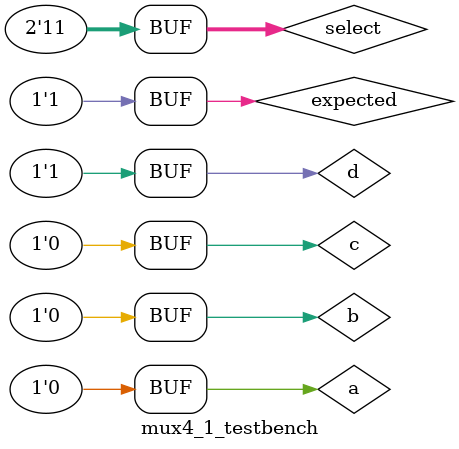
<source format=v>
`define DELAY 20
module mux4_1_testbench();
   reg a, b,c, d;
   reg [1:0] select;
   reg expected;
   wire tresult;
   wire out;

   mux4_1 m41 (out, a, b, c, d, select);
   xnor xn(tresult, out, expected);

   initial begin
      a = 1'b1;
      b = 1'b0;
      c= 1'b0;
      d= 1'b0;
      select = 2'b00;
      expected = 1'b1;
      #`DELAY;
      a = 1'b0;
      b = 1'b1;
      c= 1'b0;
      d= 1'b0;
      select = 2'b01;
      expected = 1'b1;
      #`DELAY;
      a = 1'b0;
      b = 1'b0;
      c= 1'b1;
      d= 1'b0;
      select = 2'b10;
      expected = 1'b1;
      #`DELAY;
      a = 1'b0;
      b = 1'b0;
      c= 1'b0;
      d= 1'b1;
      select = 2'b11;
      expected = 1'b1;
   end

   initial begin
      $monitor("time = %2d, a =%1b, b=%1b, c=%1b, d=%1b,  select=%2b, out=%1b, expected=%1b, tresult=%1b", $time, a, b, c, d,select, out, expected, tresult);
   end

endmodule //mux4_1_testbench

</source>
